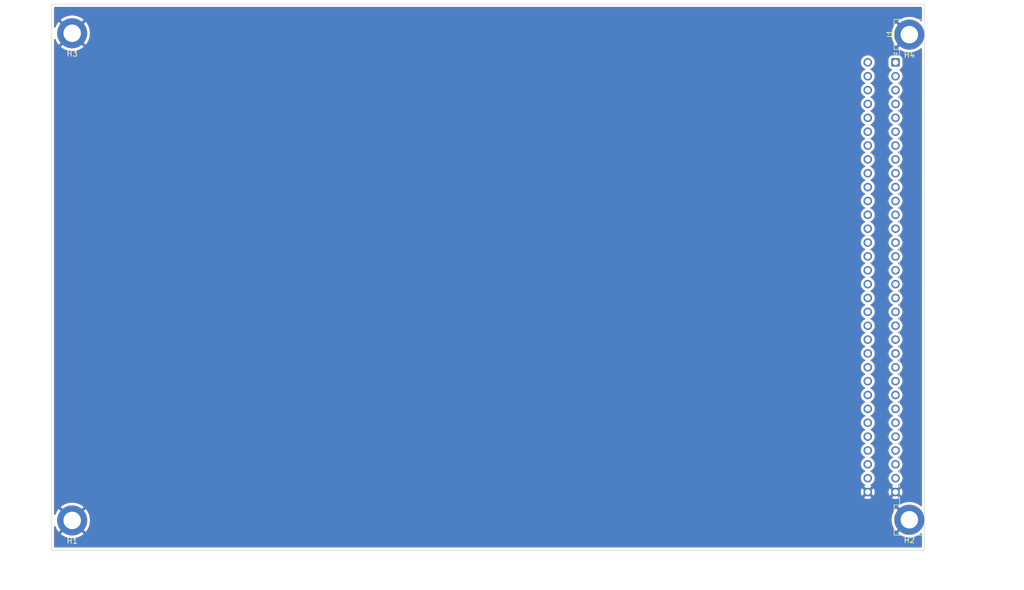
<source format=kicad_pcb>
(kicad_pcb (version 20211014) (generator pcbnew)
  (layers (0 "F.Cu" signal) (31 "B.Cu" signal) (34 "B.Paste" user) (35 "F.Paste" user) (36 "B.SilkS" user "B.Silkscreen") (37 "F.SilkS" user "F.Silkscreen") (38 "B.Mask" user) (39 "F.Mask" user) (44 "Edge.Cuts" user))
  (net 0 "")
  (net 1 "VCC")
  (net 2 "GND")
  (net 3 "/~{CLK}")
  (net 4 "/~{ALE}")
  (net 5 "D_{0}")
  (net 6 "D_{2}")
  (net 7 "D_{4}")
  (net 8 "D_{6}")
  (net 9 "/~{HLDA}")
  (net 10 "/~{IOW}")
  (net 11 "/~{IOR}")
  (net 12 "/~{ROM}")
  (net 13 "/~{RAM}")
  (net 14 "/TRAP")
  (net 17 "A_{17}")
  (net 18 "/A_{1}")
  (net 19 "/A_{3}")
  (net 20 "/A_{5}")
  (net 21 "/A_{7}")
  (net 22 "/A_{9}")
  (net 23 "/A_{11}")
  (net 24 "/A_{13}")
  (net 25 "/A_{15}")
  (net 26 "/RST_{7.5}")
  (net 27 "/READY")
  (net 28 "/~{RESIN}")
  (net 29 "/~{HOLD}")
  (net 30 "/P_{OUT}")
  (net 31 "/P_{INT}")
  (net 32 "/+12V")
  (net 33 "/~{S1}")
  (net 34 "/~{S0}")
  (net 35 "D_{1}")
  (net 36 "D_{3}")
  (net 37 "D_{5}")
  (net 38 "D_{7}")
  (net 39 "/~{INTA}")
  (net 40 "/~{MEMW}")
  (net 41 "/~{MEMR}")
  (net 42 "/~{IN}")
  (net 43 "/~{OUT}")
  (net 44 "/~{RESOUT}")
  (net 46 "A_{16}")
  (net 47 "/A_{0}")
  (net 48 "/A_{2}")
  (net 49 "/A_{4}")
  (net 50 "/A_{6}")
  (net 51 "/A_{8}")
  (net 52 "/A_{10}")
  (net 53 "/A_{12}")
  (net 54 "/A_{14}")
  (net 56 "/INTR")
  (net 57 "/RST_{5.5}")
  (net 58 "/RST_{6.5}")
  (net 60 "/R_{X}")
  (net 61 "/T_{X}")
  (net 62 "/-12V")
  (footprint "MountingHole:MountingHole_3.2mm_M3_ISO14580_Pad" (layer "F.Cu") (at 231.394 126.492 180)
    (fp_text reference "H2" (at 0 -3.75) (layer "F.SilkS"))
    (fp_text value "MountingHole_Pad")
    (pad "1" thru_hole circle locked (at 0 0 180) (size 5.5 5.5) (drill 3.2) (layers *.Cu *.Mask) (net 2 "GND"))
  )
  (footprint "Connector_DIN:DIN41612_R_2x32_Male_Horizontal_THT" (layer "F.Cu") (at 228.854 42.672 -90)
    (fp_text reference "J1" (at -5.08 1 90) (layer "F.SilkS"))
    (fp_text value "DIN41612_02x32_AC")
    (fp_line (start 33.89 -0.74) (end 34.691 -0.74) (layer "F.SilkS") (width 0.12))
    (fp_line (start 44.05 -0.74) (end 44.851 -0.74) (layer "F.SilkS") (width 0.12))
    (fp_line (start 77.07 -0.74) (end 77.871 -0.74) (layer "F.SilkS") (width 0.12))
    (fp_line (start 36.43 -0.74) (end 37.231 -0.74) (layer "F.SilkS") (width 0.12))
    (fp_line (start 61.83 -0.74) (end 62.631 -0.74) (layer "F.SilkS") (width 0.12))
    (fp_line (start 64.37 -0.74) (end 65.171 -0.74) (layer "F.SilkS") (width 0.12))
    (fp_line (start -2.371 -0.74) (end -1.095 -0.74) (layer "F.SilkS") (width 0.12))
    (fp_line (start -1.095 0) (end -1.695 -0.3) (layer "F.SilkS") (width 0.12))
    (fp_line (start 21.19 -0.74) (end 21.991 -0.74) (layer "F.SilkS") (width 0.12))
    (fp_line (start 8.49 -0.74) (end 9.291 -0.74) (layer "F.SilkS") (width 0.12))
    (fp_line (start 31.35 -0.74) (end 32.151 -0.74) (layer "F.SilkS") (width 0.12))
    (fp_line (start -7.89 0.26) (end -2.37 0.26) (layer "F.SilkS") (width 0.12))
    (fp_line (start 54.21 -0.74) (end 55.011 -0.74) (layer "F.SilkS") (width 0.12))
    (fp_line (start 86.63 0.26) (end 81.11 0.26) (layer "F.SilkS") (width 0.12))
    (fp_line (start 81.11 0.26) (end 81.11 -0.74) (layer "F.SilkS") (width 0.12))
    (fp_line (start 11.03 -0.74) (end 11.831 -0.74) (layer "F.SilkS") (width 0.12))
    (fp_line (start 59.29 -0.74) (end 60.091 -0.74) (layer "F.SilkS") (width 0.12))
    (fp_line (start 23.73 -0.74) (end 24.531 -0.74) (layer "F.SilkS") (width 0.12))
    (fp_line (start 79.61 -0.74) (end 81.11 -0.74) (layer "F.SilkS") (width 0.12))
    (fp_line (start 51.67 -0.74) (end 52.471 -0.74) (layer "F.SilkS") (width 0.12))
    (fp_line (start 16.11 -0.74) (end 16.911 -0.74) (layer "F.SilkS") (width 0.12))
    (fp_line (start 46.59 -0.74) (end 47.391 -0.74) (layer "F.SilkS") (width 0.12))
    (fp_line (start 18.65 -0.74) (end 19.451 -0.74) (layer "F.SilkS") (width 0.12))
    (fp_line (start 66.91 -0.74) (end 67.711 -0.74) (layer "F.SilkS") (width 0.12))
    (fp_line (start 3.41 -0.74) (end 4.211 -0.74) (layer "F.SilkS") (width 0.12))
    (fp_line (start -1.695 0.3) (end -1.095 0) (layer "F.SilkS") (width 0.12))
    (fp_line (start 71.99 -0.74) (end 72.791 -0.74) (layer "F.SilkS") (width 0.12))
    (fp_line (start -1.695 -0.3) (end -1.695 0.3) (layer "F.SilkS") (width 0.12))
    (fp_line (start 26.27 -0.74) (end 27.071 -0.74) (layer "F.SilkS") (width 0.12))
    (fp_line (start 38.97 -0.74) (end 39.771 -0.74) (layer "F.SilkS") (width 0.12))
    (fp_line (start 69.45 -0.74) (end 70.251 -0.74) (layer "F.SilkS") (width 0.12))
    (fp_line (start 56.75 -0.74) (end 57.551 -0.74) (layer "F.SilkS") (width 0.12))
    (fp_line (start 41.51 -0.74) (end 42.311 -0.74) (layer "F.SilkS") (width 0.12))
    (fp_line (start 86.63 -5.3) (end 86.63 0.26) (layer "F.SilkS") (width 0.12))
    (fp_line (start 1.095 -0.74) (end 1.671 -0.74) (layer "F.SilkS") (width 0.12))
    (fp_line (start 74.53 -0.74) (end 75.331 -0.74) (layer "F.SilkS") (width 0.12))
    (fp_line (start 28.81 -0.74) (end 29.611 -0.74) (layer "F.SilkS") (width 0.12))
    (fp_line (start 49.13 -0.74) (end 49.931 -0.74) (layer "F.SilkS") (width 0.12))
    (fp_line (start -7.89 -5.3) (end -7.89 0.26) (layer "F.SilkS") (width 0.12))
    (fp_line (start -2.37 0.26) (end -2.37 -0.74) (layer "F.SilkS") (width 0.12))
    (fp_line (start 13.57 -0.74) (end 14.371 -0.74) (layer "F.SilkS") (width 0.12))
    (fp_line (start 5.95 -0.74) (end 6.751 -0.74) (layer "F.SilkS") (width 0.12))
    (pad "" np_thru_hole circle locked (at -5.08 -2.54 270) (size 2.85 2.85) (drill 2.85) (layers *.Cu *.Mask))
    (pad "" np_thru_hole circle locked (at 83.82 -2.54 270) (size 2.85 2.85) (drill 2.85) (layers *.Cu *.Mask))
    (pad "a1" thru_hole roundrect locked (at 0 0 270) (size 1.55 1.55) (drill 1) (layers *.Cu *.Mask) (roundrect_rratio 0.16129) (net 1 "VCC"))
    (pad "a2" thru_hole circle locked (at 2.54 0 270) (size 1.55 1.55) (drill 1) (layers *.Cu *.Mask) (net 3 "/~{CLK}"))
    (pad "a3" thru_hole circle locked (at 5.08 0 270) (size 1.55 1.55) (drill 1) (layers *.Cu *.Mask) (net 4 "/~{ALE}"))
    (pad "a4" thru_hole circle locked (at 7.62 0 270) (size 1.55 1.55) (drill 1) (layers *.Cu *.Mask) (net 5 "D_{0}"))
    (pad "a5" thru_hole circle locked (at 10.16 0 270) (size 1.55 1.55) (drill 1) (layers *.Cu *.Mask) (net 6 "D_{2}"))
    (pad "a6" thru_hole circle locked (at 12.7 0 270) (size 1.55 1.55) (drill 1) (layers *.Cu *.Mask) (net 7 "D_{4}"))
    (pad "a7" thru_hole circle locked (at 15.24 0 270) (size 1.55 1.55) (drill 1) (layers *.Cu *.Mask) (net 8 "D_{6}"))
    (pad "a8" thru_hole circle locked (at 17.78 0 270) (size 1.55 1.55) (drill 1) (layers *.Cu *.Mask) (net 9 "/~{HLDA}"))
    (pad "a9" thru_hole circle locked (at 20.32 0 270) (size 1.55 1.55) (drill 1) (layers *.Cu *.Mask) (net 10 "/~{IOW}"))
    (pad "a10" thru_hole circle locked (at 22.86 0 270) (size 1.55 1.55) (drill 1) (layers *.Cu *.Mask) (net 11 "/~{IOR}"))
    (pad "a11" thru_hole circle locked (at 25.4 0 270) (size 1.55 1.55) (drill 1) (layers *.Cu *.Mask) (net 12 "/~{ROM}"))
    (pad "a12" thru_hole circle locked (at 27.94 0 270) (size 1.55 1.55) (drill 1) (layers *.Cu *.Mask) (net 13 "/~{RAM}"))
    (pad "a13" thru_hole circle locked (at 30.48 0 270) (size 1.55 1.55) (drill 1) (layers *.Cu *.Mask) (net 14 "/TRAP"))
    (pad "a14" thru_hole circle locked (at 33.02 0 270) (size 1.55 1.55) (drill 1) (layers *.Cu *.Mask))
    (pad "a15" thru_hole circle locked (at 35.56 0 270) (size 1.55 1.55) (drill 1) (layers *.Cu *.Mask))
    (pad "a16" thru_hole circle locked (at 38.1 0 270) (size 1.55 1.55) (drill 1) (layers *.Cu *.Mask) (net 17 "A_{17}"))
    (pad "a17" thru_hole circle locked (at 40.64 0 270) (size 1.55 1.55) (drill 1) (layers *.Cu *.Mask) (net 18 "/A_{1}"))
    (pad "a18" thru_hole circle locked (at 43.18 0 270) (size 1.55 1.55) (drill 1) (layers *.Cu *.Mask) (net 19 "/A_{3}"))
    (pad "a19" thru_hole circle locked (at 45.72 0 270) (size 1.55 1.55) (drill 1) (layers *.Cu *.Mask) (net 20 "/A_{5}"))
    (pad "a20" thru_hole circle locked (at 48.26 0 270) (size 1.55 1.55) (drill 1) (layers *.Cu *.Mask) (net 21 "/A_{7}"))
    (pad "a21" thru_hole circle locked (at 50.8 0 270) (size 1.55 1.55) (drill 1) (layers *.Cu *.Mask) (net 22 "/A_{9}"))
    (pad "a22" thru_hole circle locked (at 53.34 0 270) (size 1.55 1.55) (drill 1) (layers *.Cu *.Mask) (net 23 "/A_{11}"))
    (pad "a23" thru_hole circle locked (at 55.88 0 270) (size 1.55 1.55) (drill 1) (layers *.Cu *.Mask) (net 24 "/A_{13}"))
    (pad "a24" thru_hole circle locked (at 58.42 0 270) (size 1.55 1.55) (drill 1) (layers *.Cu *.Mask) (net 25 "/A_{15}"))
    (pad "a25" thru_hole circle locked (at 60.96 0 270) (size 1.55 1.55) (drill 1) (layers *.Cu *.Mask) (net 26 "/RST_{7.5}"))
    (pad "a26" thru_hole circle locked (at 63.5 0 270) (size 1.55 1.55) (drill 1) (layers *.Cu *.Mask) (net 27 "/READY"))
    (pad "a27" thru_hole circle locked (at 66.04 0 270) (size 1.55 1.55) (drill 1) (layers *.Cu *.Mask) (net 28 "/~{RESIN}"))
    (pad "a28" thru_hole circle locked (at 68.58 0 270) (size 1.55 1.55) (drill 1) (layers *.Cu *.Mask) (net 29 "/~{HOLD}"))
    (pad "a29" thru_hole circle locked (at 71.12 0 270) (size 1.55 1.55) (drill 1) (layers *.Cu *.Mask) (net 30 "/P_{OUT}"))
    (pad "a30" thru_hole circle locked (at 73.66 0 270) (size 1.55 1.55) (drill 1) (layers *.Cu *.Mask) (net 31 "/P_{INT}"))
    (pad "a31" thru_hole circle locked (at 76.2 0 270) (size 1.55 1.55) (drill 1) (layers *.Cu *.Mask) (net 32 "/+12V"))
    (pad "a32" thru_hole circle locked (at 78.74 0 270) (size 1.55 1.55) (drill 1) (layers *.Cu *.Mask) (net 2 "GND"))
    (pad "c1" thru_hole circle locked (at 0 5.08 270) (size 1.55 1.55) (drill 1) (layers *.Cu *.Mask) (net 1 "VCC"))
    (pad "c2" thru_hole circle locked (at 2.54 5.08 270) (size 1.55 1.55) (drill 1) (layers *.Cu *.Mask) (net 33 "/~{S1}"))
    (pad "c3" thru_hole circle locked (at 5.08 5.08 270) (size 1.55 1.55) (drill 1) (layers *.Cu *.Mask) (net 34 "/~{S0}"))
    (pad "c4" thru_hole circle locked (at 7.62 5.08 270) (size 1.55 1.55) (drill 1) (layers *.Cu *.Mask) (net 35 "D_{1}"))
    (pad "c5" thru_hole circle locked (at 10.16 5.08 270) (size 1.55 1.55) (drill 1) (layers *.Cu *.Mask) (net 36 "D_{3}"))
    (pad "c6" thru_hole circle locked (at 12.7 5.08 270) (size 1.55 1.55) (drill 1) (layers *.Cu *.Mask) (net 37 "D_{5}"))
    (pad "c7" thru_hole circle locked (at 15.24 5.08 270) (size 1.55 1.55) (drill 1) (layers *.Cu *.Mask) (net 38 "D_{7}"))
    (pad "c8" thru_hole circle locked (at 17.78 5.08 270) (size 1.55 1.55) (drill 1) (layers *.Cu *.Mask) (net 39 "/~{INTA}"))
    (pad "c9" thru_hole circle locked (at 20.32 5.08 270) (size 1.55 1.55) (drill 1) (layers *.Cu *.Mask) (net 40 "/~{MEMW}"))
    (pad "c10" thru_hole circle locked (at 22.86 5.08 270) (size 1.55 1.55) (drill 1) (layers *.Cu *.Mask) (net 41 "/~{MEMR}"))
    (pad "c11" thru_hole circle locked (at 25.4 5.08 270) (size 1.55 1.55) (drill 1) (layers *.Cu *.Mask) (net 42 "/~{IN}"))
    (pad "c12" thru_hole circle locked (at 27.94 5.08 270) (size 1.55 1.55) (drill 1) (layers *.Cu *.Mask) (net 43 "/~{OUT}"))
    (pad "c13" thru_hole circle locked (at 30.48 5.08 270) (size 1.55 1.55) (drill 1) (layers *.Cu *.Mask) (net 44 "/~{RESOUT}"))
    (pad "c14" thru_hole circle locked (at 33.02 5.08 270) (size 1.55 1.55) (drill 1) (layers *.Cu *.Mask))
    (pad "c15" thru_hole circle locked (at 35.56 5.08 270) (size 1.55 1.55) (drill 1) (layers *.Cu *.Mask) (net 46 "A_{16}"))
    (pad "c16" thru_hole circle locked (at 38.1 5.08 270) (size 1.55 1.55) (drill 1) (layers *.Cu *.Mask) (net 47 "/A_{0}"))
    (pad "c17" thru_hole circle locked (at 40.64 5.08 270) (size 1.55 1.55) (drill 1) (layers *.Cu *.Mask) (net 48 "/A_{2}"))
    (pad "c18" thru_hole circle locked (at 43.18 5.08 270) (size 1.55 1.55) (drill 1) (layers *.Cu *.Mask) (net 49 "/A_{4}"))
    (pad "c19" thru_hole circle locked (at 45.72 5.08 270) (size 1.55 1.55) (drill 1) (layers *.Cu *.Mask) (net 50 "/A_{6}"))
    (pad "c20" thru_hole circle locked (at 48.26 5.08 270) (size 1.55 1.55) (drill 1) (layers *.Cu *.Mask) (net 51 "/A_{8}"))
    (pad "c21" thru_hole circle locked (at 50.8 5.08 270) (size 1.55 1.55) (drill 1) (layers *.Cu *.Mask) (net 52 "/A_{10}"))
    (pad "c22" thru_hole circle locked (at 53.34 5.08 270) (size 1.55 1.55) (drill 1) (layers *.Cu *.Mask) (net 53 "/A_{12}"))
    (pad "c23" thru_hole circle locked (at 55.88 5.08 270) (size 1.55 1.55) (drill 1) (layers *.Cu *.Mask) (net 54 "/A_{14}"))
    (pad "c24" thru_hole circle locked (at 58.42 5.08 270) (size 1.55 1.55) (drill 1) (layers *.Cu *.Mask))
    (pad "c25" thru_hole circle locked (at 60.96 5.08 270) (size 1.55 1.55) (drill 1) (layers *.Cu *.Mask) (net 56 "/INTR"))
    (pad "c26" thru_hole circle locked (at 63.5 5.08 270) (size 1.55 1.55) (drill 1) (layers *.Cu *.Mask) (net 57 "/RST_{5.5}"))
    (pad "c27" thru_hole circle locked (at 66.04 5.08 270) (size 1.55 1.55) (drill 1) (layers *.Cu *.Mask) (net 58 "/RST_{6.5}"))
    (pad "c28" thru_hole circle locked (at 68.58 5.08 270) (size 1.55 1.55) (drill 1) (layers *.Cu *.Mask))
    (pad "c29" thru_hole circle locked (at 71.12 5.08 270) (size 1.55 1.55) (drill 1) (layers *.Cu *.Mask) (net 60 "/R_{X}"))
    (pad "c30" thru_hole circle locked (at 73.66 5.08 270) (size 1.55 1.55) (drill 1) (layers *.Cu *.Mask) (net 61 "/T_{X}"))
    (pad "c31" thru_hole circle locked (at 76.2 5.08 270) (size 1.55 1.55) (drill 1) (layers *.Cu *.Mask) (net 62 "/-12V"))
    (pad "c32" thru_hole circle locked (at 78.74 5.08 270) (size 1.55 1.55) (drill 1) (layers *.Cu *.Mask) (net 2 "GND"))
  )
  (footprint "MountingHole:MountingHole_3.2mm_M3_ISO14580_Pad" (layer "F.Cu") (at 231.394 37.592 180)
    (fp_text reference "H4" (at 0 -3.75) (layer "F.SilkS"))
    (fp_text value "MountingHole_Pad")
    (pad "1" thru_hole circle locked (at 0 0 180) (size 5.5 5.5) (drill 3.2) (layers *.Cu *.Mask) (net 2 "GND"))
  )
  (footprint "MountingHole:MountingHole_3.2mm_M3_ISO14580_Pad" (layer "F.Cu") (at 77.978 37.338 180)
    (fp_text reference "H3" (at 0 -3.75) (layer "F.SilkS"))
    (fp_text value "MountingHole_Pad")
    (pad "1" thru_hole circle locked (at 0 0 180) (size 5.5 5.5) (drill 3.2) (layers *.Cu *.Mask) (net 2 "GND"))
  )
  (footprint "MountingHole:MountingHole_3.2mm_M3_ISO14580_Pad" (layer "F.Cu") (at 77.978 126.619 180)
    (fp_text reference "H1" (at 0 -3.75) (layer "F.SilkS"))
    (fp_text value "MountingHole_Pad")
    (pad "1" thru_hole circle locked (at 0 0 180) (size 5.5 5.5) (drill 3.2) (layers *.Cu *.Mask) (net 2 "GND"))
  )
  (gr_rect locked (start 234.188 132.08) (end 74.168 32.004) (layer "Edge.Cuts") (width 0.1) (fill none))
  (zone locked (net 0) (net_name "") (layers F&B.Cu *.Adhes *.Paste *.SilkS *.Mask "Dwgs.User") (connect_pads (clearance 0)) (min_thickness 0.254)
    (keepout (tracks not_allowed) (vias not_allowed) (pads not_allowed) (copperpour not_allowed) (footprints not_allowed))
    (fill (thermal_gap 0.508) (thermal_bridge_width 0.508))
    (polygon (pts (xy 73.914 131.826) (xy 234.442 131.826) (xy 234.442 132.334) (xy 73.914 132.334)))
  )
  (zone locked (net 0) (net_name "") (layers F&B.Cu *.Adhes *.Paste *.SilkS *.Mask "Dwgs.User") (connect_pads (clearance 0)) (min_thickness 0.254)
    (keepout (tracks not_allowed) (vias not_allowed) (pads not_allowed) (copperpour not_allowed) (footprints not_allowed))
    (fill (thermal_gap 0.508) (thermal_bridge_width 0.508))
    (polygon (pts (xy 73.914 32.258) (xy 74.422 32.258) (xy 74.422 131.826) (xy 73.914 131.826)))
  )
  (zone locked (net 0) (net_name "") (layers F&B.Cu *.Adhes *.Paste *.SilkS *.Mask "Dwgs.User") (connect_pads (clearance 0)) (min_thickness 0.254)
    (keepout (tracks not_allowed) (vias not_allowed) (pads not_allowed) (copperpour not_allowed) (footprints not_allowed))
    (fill (thermal_gap 0.508) (thermal_bridge_width 0.508))
    (polygon (pts (xy 233.934 32.258) (xy 234.442 32.258) (xy 234.442 131.826) (xy 233.934 131.826)))
  )
  (zone (net 2) (net_name "GND") (layers F&B.Cu) (name "GND") (connect_pads (clearance 0.508)) (min_thickness 0.254) (fill yes (thermal_gap 0.508) (thermal_bridge_width 0.508))
    (polygon (pts (xy 73.914 31.242) (xy 235.204 31.242) (xy 235.204 132.842) (xy 73.914 132.842)))
  )
  (zone locked (net 0) (net_name "") (layers F&B.Cu *.Adhes *.Paste *.SilkS *.Mask "Dwgs.User") (connect_pads (clearance 0)) (min_thickness 0.254)
    (keepout (tracks not_allowed) (vias not_allowed) (pads not_allowed) (copperpour not_allowed) (footprints not_allowed))
    (fill (thermal_gap 0.508) (thermal_bridge_width 0.508))
    (polygon (pts (xy 73.914 31.75) (xy 234.442 31.75) (xy 234.442 32.258) (xy 73.914 32.258)))
  )
)
</source>
